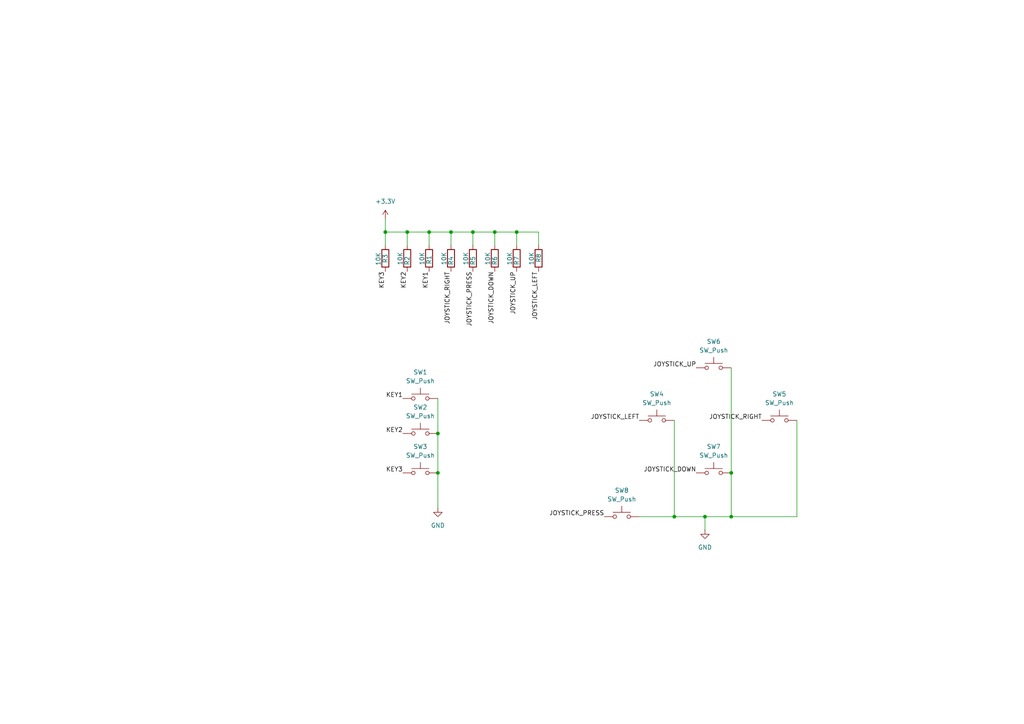
<source format=kicad_sch>
(kicad_sch (version 20250114) (generator "eeschema") (generator_version "9.0")
  (paper "A4")
  (lib_symbols
    (symbol "Device:R" (pin_numbers (hide yes)) (pin_names (offset 0))
      (property "Reference" "R" (at 2.032 0 90))
      (property "Value" "R" (at 0 0 90))
      (symbol "R_0_1"
        (rectangle (start -1.016 -2.54) (end 1.016 2.54) (stroke (width 0.254)))
      )
      (symbol "R_1_1"
        (pin passive line (at 0 3.81 270) (length 1.27) (name "~") (number "1"))
        (pin passive line (at 0 -3.81 90) (length 1.27) (name "~") (number "2"))
      )
    )
    (symbol "Switch:SW_Push" (pin_numbers (hide yes)) (pin_names (offset 1.016) (hide yes))
      (property "Reference" "SW" (at 1.27 2.54 0))
      (property "Value" "SW_Push" (at 0 -1.524 0))
      (symbol "SW_Push_0_1"
        (circle (center -2.032 0) (radius 0.508))
        (polyline (pts (xy 0 1.27) (xy 0 3.048)))
        (circle (center 2.032 0) (radius 0.508))
        (polyline (pts (xy 2.54 1.27) (xy -2.54 1.27)))
        (pin passive line (at -5.08 0 0) (length 2.54) (name "1") (number "1"))
        (pin passive line (at 5.08 0 180) (length 2.54) (name "2") (number "2"))
      )
    )
    (symbol "power:+3.3V" (power) (pin_names (offset 0))
      (property "Value" "+3.3V" (at 0 3.556 0))
      (symbol "+3.3V_0_1"
        (polyline (pts (xy -0.762 1.27) (xy 0 2.54)))
        (polyline (pts (xy 0 2.54) (xy 0.762 1.27)))
        (polyline (pts (xy 0 0) (xy 0 2.54)))
      )
      (symbol "+3.3V_1_1"
        (pin power_in line (at 0 0 90) (length 0) (hide yes) (name "+3.3V") (number "1"))
      )
    )
    (symbol "power:GND" (power) (pin_numbers (hide yes)) (pin_names (offset 0) (hide yes))
      (property "Value" "GND" (at 0 -3.81 0))
      (symbol "GND_0_1"
        (polyline (pts (xy 0 0) (xy 0 -1.27) (xy 1.27 -1.27) (xy 0 -2.54) (xy -1.27 -1.27) (xy 0 -1.27)))
      )
      (symbol "GND_1_1"
        (pin power_in line (at 0 0 270) (length 0) (name "~") (number "1"))
      )
    )
  )
  (junction (at 127 125.73))
  (junction (at 118.11 67.31))
  (junction (at 130.81 67.31))
  (junction (at 127 137.16))
  (junction (at 212.09 149.86))
  (junction (at 149.86 67.31))
  (junction (at 111.76 67.31))
  (junction (at 124.46 67.31))
  (junction (at 212.09 137.16))
  (junction (at 195.58 149.86))
  (junction (at 204.47 149.86))
  (junction (at 137.16 67.31))
  (junction (at 143.51 67.31))
  (wire (pts (xy 156.21 67.31) (xy 156.21 71.12)))
  (wire (pts (xy 118.11 67.31) (xy 124.46 67.31)))
  (wire (pts (xy 137.16 67.31) (xy 143.51 67.31)))
  (wire (pts (xy 212.09 106.68) (xy 212.09 137.16)))
  (wire (pts (xy 195.58 149.86) (xy 204.47 149.86)))
  (wire (pts (xy 124.46 67.31) (xy 130.81 67.31)))
  (wire (pts (xy 185.42 149.86) (xy 195.58 149.86)))
  (wire (pts (xy 124.46 71.12) (xy 124.46 67.31)))
  (wire (pts (xy 149.86 67.31) (xy 149.86 71.12)))
  (wire (pts (xy 149.86 67.31) (xy 156.21 67.31)))
  (wire (pts (xy 127 115.57) (xy 127 125.73)))
  (wire (pts (xy 127 125.73) (xy 127 137.16)))
  (wire (pts (xy 143.51 67.31) (xy 143.51 71.12)))
  (wire (pts (xy 231.14 149.86) (xy 231.14 121.92)))
  (wire (pts (xy 130.81 67.31) (xy 137.16 67.31)))
  (wire (pts (xy 111.76 67.31) (xy 118.11 67.31)))
  (wire (pts (xy 204.47 149.86) (xy 212.09 149.86)))
  (wire (pts (xy 111.76 67.31) (xy 111.76 71.12)))
  (wire (pts (xy 212.09 149.86) (xy 231.14 149.86)))
  (wire (pts (xy 143.51 67.31) (xy 149.86 67.31)))
  (wire (pts (xy 130.81 67.31) (xy 130.81 71.12)))
  (wire (pts (xy 118.11 67.31) (xy 118.11 71.12)))
  (wire (pts (xy 204.47 149.86) (xy 204.47 153.67)))
  (wire (pts (xy 212.09 137.16) (xy 212.09 149.86)))
  (wire (pts (xy 195.58 121.92) (xy 195.58 149.86)))
  (wire (pts (xy 127 137.16) (xy 127 147.32)))
  (wire (pts (xy 137.16 67.31) (xy 137.16 71.12)))
  (wire (pts (xy 111.76 63.5) (xy 111.76 67.31)))
  (label "KEY1" (at 124.46 78.74 270))
  (label "JOYSTICK_DOWN" (at 143.51 78.74 270))
  (label "KEY2" (at 118.11 78.74 270))
  (label "JOYSTICK_LEFT" (at 156.21 78.74 270))
  (label "JOYSTICK_PRESS" (at 137.16 78.74 270))
  (label "JOYSTICK_RIGHT" (at 220.98 121.92 180))
  (label "JOYSTICK_RIGHT" (at 130.81 78.74 270))
  (label "KEY1" (at 116.84 115.57 180))
  (label "JOYSTICK_PRESS" (at 175.26 149.86 180))
  (label "JOYSTICK_UP" (at 149.86 78.74 270))
  (label "JOYSTICK_UP" (at 201.93 106.68 180))
  (label "JOYSTICK_DOWN" (at 201.93 137.16 180))
  (label "KEY2" (at 116.84 125.73 180))
  (label "KEY3" (at 116.84 137.16 180))
  (label "JOYSTICK_LEFT" (at 185.42 121.92 180))
  (label "KEY3" (at 111.76 78.74 270))
  (symbol (lib_id "Device:R") (at 111.76 74.93 0) (mirror y) (unit 1)
    (property "Reference" "R3" (at 111.76 73.66 90) (effects (justify right)))
    (property "Value" "10K" (at 109.728 73.152 90) (effects (justify right)))
    (property "Footprint" "Resistor_SMD:R_0805_2012Metric_Pad1.20x1.40mm_HandSolder" (effects (hide yes)))
    (property "Description" "Resistor" (effects (hide yes)))
  )
  (symbol (lib_id "Switch:SW_Push") (at 190.5 121.92 0) (unit 1)
    (property "Reference" "SW4" (at 190.5 114.3 0))
    (property "Value" "SW_Push" (at 190.5 116.84 0))
    (property "Footprint" "seedsigner-luckfox:BTN_SPST_NO_PTH" (effects (hide yes)))
    (property "Description" "Push button switch, generic, two pins" (effects (hide yes)))
  )
  (symbol (lib_id "power:GND") (at 204.47 153.67 0) (unit 1)
    (property "Reference" "#PWR013" (effects (hide yes)))
    (property "Value" "GND" (at 204.47 158.75 0))
    (property "Description" "Power symbol creates a global label with name \"GND\" , ground" (effects (hide yes)))
  )
  (symbol (lib_id "power:+3.3V") (at 111.76 63.5 0) (unit 1)
    (property "Reference" "#PWR010" (effects (hide yes)))
    (property "Value" "+3.3V" (at 111.76 58.42 0))
  )
  (symbol (lib_id "Switch:SW_Push") (at 121.92 115.57 0) (unit 1)
    (property "Reference" "SW1" (at 121.92 107.95 0))
    (property "Value" "SW_Push" (at 121.92 110.49 0))
    (property "Footprint" "seedsigner-luckfox:BTN_SPST_NO_PTH" (effects (hide yes)))
    (property "Description" "Push button switch, generic, two pins" (effects (hide yes)))
  )
  (symbol (lib_id "Device:R") (at 137.16 74.93 0) (mirror y) (unit 1)
    (property "Reference" "R5" (at 137.16 76.962 90) (effects (justify left)))
    (property "Value" "10K" (at 135.128 76.962 90) (effects (justify left)))
    (property "Footprint" "Resistor_SMD:R_0805_2012Metric_Pad1.20x1.40mm_HandSolder" (effects (hide yes)))
    (property "Description" "Resistor" (effects (hide yes)))
  )
  (symbol (lib_id "Switch:SW_Push") (at 121.92 137.16 0) (unit 1)
    (property "Reference" "SW3" (at 121.92 129.54 0))
    (property "Value" "SW_Push" (at 121.92 132.08 0))
    (property "Footprint" "seedsigner-luckfox:BTN_SPST_NO_PTH" (effects (hide yes)))
    (property "Description" "Push button switch, generic, two pins" (effects (hide yes)))
  )
  (symbol (lib_id "Switch:SW_Push") (at 121.92 125.73 0) (unit 1)
    (property "Reference" "SW2" (at 121.92 118.11 0))
    (property "Value" "SW_Push" (at 121.92 120.65 0))
    (property "Footprint" "seedsigner-luckfox:BTN_SPST_NO_PTH" (effects (hide yes)))
    (property "Description" "Push button switch, generic, two pins" (effects (hide yes)))
  )
  (symbol (lib_id "Device:R") (at 156.21 74.93 0) (mirror y) (unit 1)
    (property "Reference" "R8" (at 156.21 76.2 90) (effects (justify left)))
    (property "Value" "10K" (at 154.178 76.962 90) (effects (justify left)))
    (property "Footprint" "Resistor_SMD:R_0805_2012Metric_Pad1.20x1.40mm_HandSolder" (effects (hide yes)))
    (property "Description" "Resistor" (effects (hide yes)))
  )
  (symbol (lib_id "Device:R") (at 124.46 74.93 0) (mirror y) (unit 1)
    (property "Reference" "R1" (at 124.46 76.708 90) (effects (justify left)))
    (property "Value" "10K" (at 122.428 76.962 90) (effects (justify left)))
    (property "Footprint" "Resistor_SMD:R_0805_2012Metric_Pad1.20x1.40mm_HandSolder" (effects (hide yes)))
    (property "Description" "Resistor" (effects (hide yes)))
  )
  (symbol (lib_id "Switch:SW_Push") (at 180.34 149.86 0) (unit 1)
    (property "Reference" "SW8" (at 180.34 142.24 0))
    (property "Value" "SW_Push" (at 180.34 144.78 0))
    (property "Footprint" "seedsigner-luckfox:BTN_SPST_NO_PTH" (effects (hide yes)))
    (property "Description" "Push button switch, generic, two pins" (effects (hide yes)))
  )
  (symbol (lib_id "power:GND") (at 127 147.32 0) (unit 1)
    (property "Reference" "#PWR011" (effects (hide yes)))
    (property "Value" "GND" (at 127 152.4 0))
    (property "Description" "Power symbol creates a global label with name \"GND\" , ground" (effects (hide yes)))
  )
  (symbol (lib_id "Device:R") (at 149.86 74.93 0) (mirror y) (unit 1)
    (property "Reference" "R7" (at 149.86 76.962 90) (effects (justify left)))
    (property "Value" "10K" (at 147.828 76.962 90) (effects (justify left)))
    (property "Footprint" "Resistor_SMD:R_0805_2012Metric_Pad1.20x1.40mm_HandSolder" (effects (hide yes)))
    (property "Description" "Resistor" (effects (hide yes)))
  )
  (symbol (lib_id "Device:R") (at 143.51 74.93 0) (mirror y) (unit 1)
    (property "Reference" "R6" (at 143.51 76.962 90) (effects (justify left)))
    (property "Value" "10K" (at 141.478 76.962 90) (effects (justify left)))
    (property "Footprint" "Resistor_SMD:R_0805_2012Metric_Pad1.20x1.40mm_HandSolder" (effects (hide yes)))
    (property "Description" "Resistor" (effects (hide yes)))
  )
  (symbol (lib_id "Device:R") (at 130.81 74.93 0) (mirror y) (unit 1)
    (property "Reference" "R4" (at 130.81 76.962 90) (effects (justify left)))
    (property "Value" "10K" (at 128.778 76.962 90) (effects (justify left)))
    (property "Footprint" "Resistor_SMD:R_0805_2012Metric_Pad1.20x1.40mm_HandSolder" (effects (hide yes)))
    (property "Description" "Resistor" (effects (hide yes)))
  )
  (symbol (lib_id "Switch:SW_Push") (at 207.01 137.16 0) (unit 1)
    (property "Reference" "SW7" (at 207.01 129.54 0))
    (property "Value" "SW_Push" (at 207.01 132.08 0))
    (property "Footprint" "seedsigner-luckfox:BTN_SPST_NO_PTH" (effects (hide yes)))
    (property "Description" "Push button switch, generic, two pins" (effects (hide yes)))
  )
  (symbol (lib_id "Device:R") (at 118.11 74.93 0) (mirror y) (unit 1)
    (property "Reference" "R2" (at 118.11 76.962 90) (effects (justify left)))
    (property "Value" "10K" (at 116.078 76.962 90) (effects (justify left)))
    (property "Footprint" "Resistor_SMD:R_0805_2012Metric_Pad1.20x1.40mm_HandSolder" (effects (hide yes)))
    (property "Description" "Resistor" (effects (hide yes)))
  )
  (symbol (lib_id "Switch:SW_Push") (at 207.01 106.68 0) (unit 1)
    (property "Reference" "SW6" (at 207.01 99.06 0))
    (property "Value" "SW_Push" (at 207.01 101.6 0))
    (property "Footprint" "seedsigner-luckfox:BTN_SPST_NO_PTH" (effects (hide yes)))
    (property "Description" "Push button switch, generic, two pins" (effects (hide yes)))
  )
  (symbol (lib_id "Switch:SW_Push") (at 226.06 121.92 0) (unit 1)
    (property "Reference" "SW5" (at 226.06 114.3 0))
    (property "Value" "SW_Push" (at 226.06 116.84 0))
    (property "Footprint" "seedsigner-luckfox:BTN_SPST_NO_PTH" (effects (hide yes)))
    (property "Description" "Push button switch, generic, two pins" (effects (hide yes)))
  )
)
</source>
